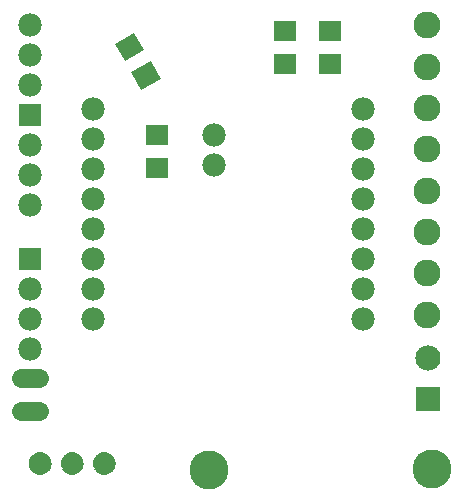
<source format=gbs>
G75*
%MOIN*%
%OFA0B0*%
%FSLAX25Y25*%
%IPPOS*%
%LPD*%
%AMOC8*
5,1,8,0,0,1.08239X$1,22.5*
%
%ADD10C,0.12998*%
%ADD11R,0.07800X0.07800*%
%ADD12C,0.07800*%
%ADD13R,0.07487X0.06699*%
%ADD14R,0.06699X0.07487*%
%ADD15C,0.06400*%
%ADD16C,0.09000*%
%ADD17R,0.08400X0.08400*%
%ADD18C,0.08400*%
%ADD19C,0.00500*%
D10*
X0183750Y0016700D03*
X0258070Y0016800D03*
D11*
X0123850Y0086800D03*
X0123850Y0134800D03*
D12*
X0123850Y0144800D03*
X0123850Y0154800D03*
X0123850Y0164800D03*
X0144850Y0136800D03*
X0144850Y0126800D03*
X0144850Y0116800D03*
X0144850Y0106800D03*
X0144850Y0096800D03*
X0144850Y0086800D03*
X0144850Y0076800D03*
X0144850Y0066800D03*
X0123850Y0066800D03*
X0123850Y0076800D03*
X0123850Y0056800D03*
X0123850Y0104800D03*
X0123850Y0114800D03*
X0123850Y0124800D03*
X0185350Y0128200D03*
X0185350Y0118200D03*
X0234850Y0116800D03*
X0234850Y0106800D03*
X0234850Y0096800D03*
X0234850Y0086800D03*
X0234850Y0076800D03*
X0234850Y0066800D03*
X0234850Y0126800D03*
X0234850Y0136800D03*
D13*
X0224070Y0151908D03*
X0224070Y0162932D03*
X0209030Y0162812D03*
X0209030Y0151788D03*
X0166150Y0128312D03*
X0166150Y0117288D03*
D14*
G36*
X0164173Y0152798D02*
X0167522Y0146999D01*
X0161039Y0143256D01*
X0157690Y0149055D01*
X0164173Y0152798D01*
G37*
G36*
X0158661Y0162344D02*
X0162010Y0156545D01*
X0155527Y0152802D01*
X0152178Y0158601D01*
X0158661Y0162344D01*
G37*
D15*
X0126850Y0036300D02*
X0120850Y0036300D01*
X0120850Y0047300D02*
X0126850Y0047300D01*
D16*
X0256390Y0068332D03*
X0256390Y0082111D03*
X0256390Y0095891D03*
X0256390Y0109670D03*
X0256390Y0123450D03*
X0256390Y0137229D03*
X0256390Y0151009D03*
X0256390Y0164788D03*
D17*
X0256650Y0040200D03*
D18*
X0256650Y0053980D03*
D19*
X0151911Y0020041D02*
X0152116Y0019389D01*
X0152190Y0018710D01*
X0152116Y0018031D01*
X0151912Y0017379D01*
X0151583Y0016780D01*
X0151145Y0016256D01*
X0150612Y0015828D01*
X0150007Y0015512D01*
X0149351Y0015320D01*
X0148670Y0015260D01*
X0148000Y0015339D01*
X0147359Y0015548D01*
X0146770Y0015878D01*
X0146258Y0016317D01*
X0145840Y0016847D01*
X0145534Y0017448D01*
X0145352Y0018097D01*
X0145300Y0018770D01*
X0145363Y0019430D01*
X0145553Y0020064D01*
X0145864Y0020650D01*
X0146283Y0021163D01*
X0146794Y0021585D01*
X0147377Y0021899D01*
X0148011Y0022093D01*
X0148670Y0022159D01*
X0149351Y0022099D01*
X0150006Y0021908D01*
X0150612Y0021592D01*
X0151144Y0021164D01*
X0151583Y0020640D01*
X0151911Y0020041D01*
X0151940Y0019951D02*
X0145519Y0019951D01*
X0145369Y0019452D02*
X0152096Y0019452D01*
X0152164Y0018954D02*
X0145317Y0018954D01*
X0145324Y0018455D02*
X0152163Y0018455D01*
X0152093Y0017957D02*
X0145391Y0017957D01*
X0145532Y0017458D02*
X0151936Y0017458D01*
X0151682Y0016960D02*
X0145783Y0016960D01*
X0146144Y0016461D02*
X0151317Y0016461D01*
X0150780Y0015963D02*
X0146671Y0015963D01*
X0147617Y0015464D02*
X0149844Y0015464D01*
X0151688Y0020449D02*
X0145757Y0020449D01*
X0146107Y0020948D02*
X0151325Y0020948D01*
X0150793Y0021446D02*
X0146626Y0021446D01*
X0147528Y0021945D02*
X0149879Y0021945D01*
X0141440Y0019327D02*
X0141510Y0018640D01*
X0141433Y0017971D01*
X0141228Y0017329D01*
X0140901Y0016740D01*
X0140465Y0016227D01*
X0139938Y0015808D01*
X0139339Y0015500D01*
X0138691Y0015315D01*
X0138020Y0015259D01*
X0137348Y0015332D01*
X0136704Y0015535D01*
X0136111Y0015859D01*
X0135594Y0016293D01*
X0135170Y0016820D01*
X0134858Y0017419D01*
X0134669Y0018067D01*
X0134610Y0018740D01*
X0134670Y0019401D01*
X0134858Y0020037D01*
X0135166Y0020625D01*
X0135584Y0021141D01*
X0136094Y0021566D01*
X0136677Y0021883D01*
X0137310Y0022080D01*
X0137970Y0022150D01*
X0138658Y0022085D01*
X0139320Y0021887D01*
X0139931Y0021564D01*
X0140467Y0021128D01*
X0140908Y0020596D01*
X0141236Y0019988D01*
X0141440Y0019327D01*
X0141401Y0019452D02*
X0134685Y0019452D01*
X0134629Y0018954D02*
X0141478Y0018954D01*
X0141489Y0018455D02*
X0134635Y0018455D01*
X0134701Y0017957D02*
X0141429Y0017957D01*
X0141269Y0017458D02*
X0134847Y0017458D01*
X0135097Y0016960D02*
X0141022Y0016960D01*
X0140664Y0016461D02*
X0135459Y0016461D01*
X0135988Y0015963D02*
X0140133Y0015963D01*
X0139214Y0015464D02*
X0136929Y0015464D01*
X0134832Y0019951D02*
X0141248Y0019951D01*
X0140987Y0020449D02*
X0135074Y0020449D01*
X0135428Y0020948D02*
X0140616Y0020948D01*
X0140076Y0021446D02*
X0135950Y0021446D01*
X0136877Y0021945D02*
X0139127Y0021945D01*
X0130747Y0019340D02*
X0130820Y0018650D01*
X0130739Y0017969D01*
X0130526Y0017318D01*
X0130190Y0016721D01*
X0129744Y0016200D01*
X0129205Y0015777D01*
X0128593Y0015467D01*
X0127933Y0015282D01*
X0127250Y0015230D01*
X0126583Y0015308D01*
X0125944Y0015515D01*
X0125358Y0015843D01*
X0124847Y0016279D01*
X0124431Y0016806D01*
X0124125Y0017404D01*
X0123943Y0018051D01*
X0123890Y0018720D01*
X0123947Y0019384D01*
X0124133Y0020024D01*
X0124441Y0020616D01*
X0124858Y0021136D01*
X0125368Y0021565D01*
X0125952Y0021886D01*
X0126588Y0022087D01*
X0127250Y0022160D01*
X0127942Y0022098D01*
X0128608Y0021902D01*
X0129223Y0021580D01*
X0129763Y0021144D01*
X0130208Y0020612D01*
X0130540Y0020002D01*
X0130747Y0019340D01*
X0130712Y0019452D02*
X0123967Y0019452D01*
X0123910Y0018954D02*
X0130788Y0018954D01*
X0130797Y0018455D02*
X0123911Y0018455D01*
X0123969Y0017957D02*
X0130735Y0017957D01*
X0130572Y0017458D02*
X0124110Y0017458D01*
X0124352Y0016960D02*
X0130324Y0016960D01*
X0129967Y0016461D02*
X0124703Y0016461D01*
X0125217Y0015963D02*
X0129441Y0015963D01*
X0128583Y0015464D02*
X0126101Y0015464D01*
X0124112Y0019951D02*
X0130556Y0019951D01*
X0130296Y0020449D02*
X0124354Y0020449D01*
X0124707Y0020948D02*
X0129927Y0020948D01*
X0129388Y0021446D02*
X0125227Y0021446D01*
X0126139Y0021945D02*
X0128462Y0021945D01*
M02*

</source>
